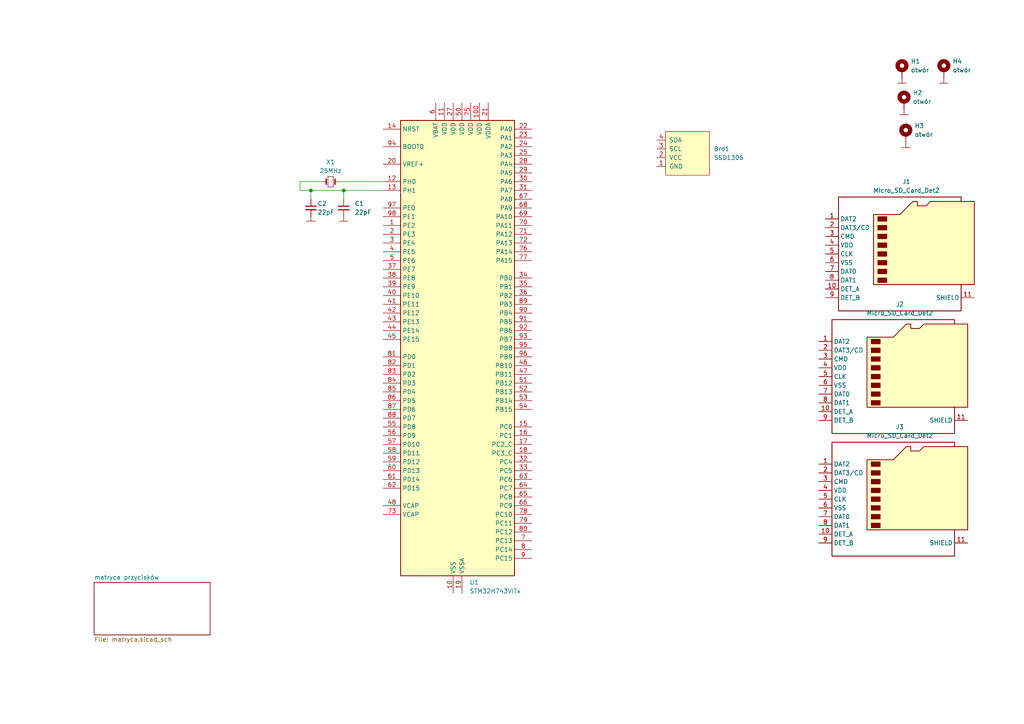
<source format=kicad_sch>
(kicad_sch (version 20230121) (generator eeschema)
  (paper "A4")
  (title_block (title "Menadżer haseł") (date "2023-11-26") (rev "1.0") (company "Wojtek & company"))
  (lib_symbols
    (symbol "Connector:Micro_SD_Card_Det2"
      (property "Reference" "J" (at -16.51 17.78 0))
      (property "Value" "Micro_SD_Card_Det2" (at 16.51 17.78 0))
      (symbol "Micro_SD_Card_Det2_0_1"
        (rectangle (start -7.62 -6.985) (end -5.08 -8.255) (stroke (width 0.254)) (fill (type outline)))
        (rectangle (start -7.62 -4.445) (end -5.08 -5.715) (stroke (width 0.254)) (fill (type outline)))
        (rectangle (start -7.62 -1.905) (end -5.08 -3.175) (stroke (width 0.254)) (fill (type outline)))
        (rectangle (start -7.62 0.635) (end -5.08 -0.635) (stroke (width 0.254)) (fill (type outline)))
        (rectangle (start -7.62 3.175) (end -5.08 1.905) (stroke (width 0.254)) (fill (type outline)))
        (rectangle (start -7.62 5.715) (end -5.08 4.445) (stroke (width 0.254)) (fill (type outline)))
        (rectangle (start -7.62 8.255) (end -5.08 6.985) (stroke (width 0.254)) (fill (type outline)))
        (rectangle (start -7.62 10.795) (end -5.08 9.525) (stroke (width 0.254)) (fill (type outline)))
        (polyline (pts (xy 16.51 15.24) (xy 16.51 16.51) (xy -19.05 16.51) (xy -19.05 -16.51) (xy 16.51 -16.51) (xy 16.51 -8.89)) (stroke (width 0.254)))
        (polyline (pts (xy -8.89 -8.89) (xy -8.89 11.43) (xy -1.27 11.43) (xy 2.54 15.24) (xy 3.81 15.24) (xy 3.81 13.97) (xy 6.35 13.97) (xy 7.62 15.24) (xy 20.32 15.24) (xy 20.32 -8.89) (xy -8.89 -8.89)) (stroke (width 0.254)) (fill (type background)))
      )
      (symbol "Micro_SD_Card_Det2_1_1"
        (pin bidirectional line (at -22.86 10.16 0) (length 3.81) (name "DAT2") (number "1"))
        (pin passive line (at -22.86 -10.16 0) (length 3.81) (name "DET_A") (number "10"))
        (pin passive line (at 20.32 -12.7 180) (length 3.81) (name "SHIELD") (number "11"))
        (pin bidirectional line (at -22.86 7.62 0) (length 3.81) (name "DAT3/CD") (number "2"))
        (pin input line (at -22.86 5.08 0) (length 3.81) (name "CMD") (number "3"))
        (pin power_in line (at -22.86 2.54 0) (length 3.81) (name "VDD") (number "4"))
        (pin input line (at -22.86 0 0) (length 3.81) (name "CLK") (number "5"))
        (pin power_in line (at -22.86 -2.54 0) (length 3.81) (name "VSS") (number "6"))
        (pin bidirectional line (at -22.86 -5.08 0) (length 3.81) (name "DAT0") (number "7"))
        (pin bidirectional line (at -22.86 -7.62 0) (length 3.81) (name "DAT1") (number "8"))
        (pin passive line (at -22.86 -12.7 0) (length 3.81) (name "DET_B") (number "9"))
      )
    )
    (symbol "Device:C_Small" (pin_numbers hide) (pin_names (offset 0.254) hide)
      (property "Reference" "C" (at 0.254 1.778 0))
      (property "Value" "C_Small" (at 0.254 -2.032 0))
      (symbol "C_Small_0_1"
        (polyline (pts (xy -1.524 -0.508) (xy 1.524 -0.508)) (stroke (width 0.3302)))
        (polyline (pts (xy -1.524 0.508) (xy 1.524 0.508)) (stroke (width 0.3048)))
      )
      (symbol "C_Small_1_1"
        (pin passive line (at 0 2.54 270) (length 2.032) (name "~") (number "1"))
        (pin passive line (at 0 -2.54 90) (length 2.032) (name "~") (number "2"))
      )
    )
    (symbol "Device:Crystal_Small" (pin_numbers hide) (pin_names (offset 1.016) hide)
      (property "Reference" "Y" (at 0 2.54 0))
      (property "Value" "Crystal_Small" (at 0 -2.54 0))
      (symbol "Crystal_Small_0_1"
        (rectangle (start -0.762 -1.524) (end 0.762 1.524))
        (polyline (pts (xy -1.27 -0.762) (xy -1.27 0.762)) (stroke (width 0.381)))
        (polyline (pts (xy 1.27 -0.762) (xy 1.27 0.762)) (stroke (width 0.381)))
      )
      (symbol "Crystal_Small_1_1"
        (pin passive line (at -2.54 0 0) (length 1.27) (name "1") (number "1"))
        (pin passive line (at 2.54 0 180) (length 1.27) (name "2") (number "2"))
      )
    )
    (symbol "MCU_ST_STM32H7:STM32H743VITx"
      (property "Reference" "U" (at -15.24 67.31 0))
      (property "Value" "STM32H743VITx" (at 12.7 67.31 0))
      (symbol "STM32H743VITx_0_1"
        (rectangle (start -15.24 -66.04) (end 17.78 66.04) (stroke (width 0.254)) (fill (type background)))
      )
      (symbol "STM32H743VITx_1_1"
        (pin bidirectional line (at -20.32 35.56 0) (length 5.08) (name "PE2") (number "1"))
        (pin power_in line (at 0 -71.12 90) (length 5.08) (name "VSS") (number "10"))
        (pin power_in line (at 7.62 71.12 270) (length 5.08) (name "VDD") (number "100"))
        (pin power_in line (at -2.54 71.12 270) (length 5.08) (name "VDD") (number "11"))
        (pin bidirectional line (at -20.32 48.26 0) (length 5.08) (name "PH0") (number "12"))
        (pin bidirectional line (at -20.32 45.72 0) (length 5.08) (name "PH1") (number "13"))
        (pin input line (at -20.32 63.5 0) (length 5.08) (name "NRST") (number "14"))
        (pin bidirectional line (at 22.86 -22.86 180) (length 5.08) (name "PC0") (number "15"))
        (pin bidirectional line (at 22.86 -25.4 180) (length 5.08) (name "PC1") (number "16"))
        (pin bidirectional line (at 22.86 -27.94 180) (length 5.08) (name "PC2_C") (number "17"))
        (pin bidirectional line (at 22.86 -30.48 180) (length 5.08) (name "PC3_C") (number "18"))
        (pin power_in line (at 2.54 -71.12 90) (length 5.08) (name "VSSA") (number "19"))
        (pin bidirectional line (at -20.32 33.02 0) (length 5.08) (name "PE3") (number "2"))
        (pin input line (at -20.32 53.34 0) (length 5.08) (name "VREF+") (number "20"))
        (pin power_in line (at 10.16 71.12 270) (length 5.08) (name "VDDA") (number "21"))
        (pin bidirectional line (at 22.86 63.5 180) (length 5.08) (name "PA0") (number "22"))
        (pin bidirectional line (at 22.86 60.96 180) (length 5.08) (name "PA1") (number "23"))
        (pin bidirectional line (at 22.86 58.42 180) (length 5.08) (name "PA2") (number "24"))
        (pin bidirectional line (at 22.86 55.88 180) (length 5.08) (name "PA3") (number "25"))
        (pin passive line (at 0 -71.12 90) (length 5.08) hide (name "VSS") (number "26"))
        (pin power_in line (at 0 71.12 270) (length 5.08) (name "VDD") (number "27"))
        (pin bidirectional line (at 22.86 53.34 180) (length 5.08) (name "PA4") (number "28"))
        (pin bidirectional line (at 22.86 50.8 180) (length 5.08) (name "PA5") (number "29"))
        (pin bidirectional line (at -20.32 30.48 0) (length 5.08) (name "PE4") (number "3"))
        (pin bidirectional line (at 22.86 48.26 180) (length 5.08) (name "PA6") (number "30"))
        (pin bidirectional line (at 22.86 45.72 180) (length 5.08) (name "PA7") (number "31"))
        (pin bidirectional line (at 22.86 -33.02 180) (length 5.08) (name "PC4") (number "32"))
        (pin bidirectional line (at 22.86 -35.56 180) (length 5.08) (name "PC5") (number "33"))
        (pin bidirectional line (at 22.86 20.32 180) (length 5.08) (name "PB0") (number "34"))
        (pin bidirectional line (at 22.86 17.78 180) (length 5.08) (name "PB1") (number "35"))
        (pin bidirectional line (at 22.86 15.24 180) (length 5.08) (name "PB2") (number "36"))
        (pin bidirectional line (at -20.32 22.86 0) (length 5.08) (name "PE7") (number "37"))
        (pin bidirectional line (at -20.32 20.32 0) (length 5.08) (name "PE8") (number "38"))
        (pin bidirectional line (at -20.32 17.78 0) (length 5.08) (name "PE9") (number "39"))
        (pin bidirectional line (at -20.32 27.94 0) (length 5.08) (name "PE5") (number "4"))
        (pin bidirectional line (at -20.32 15.24 0) (length 5.08) (name "PE10") (number "40"))
        (pin bidirectional line (at -20.32 12.7 0) (length 5.08) (name "PE11") (number "41"))
        (pin bidirectional line (at -20.32 10.16 0) (length 5.08) (name "PE12") (number "42"))
        (pin bidirectional line (at -20.32 7.62 0) (length 5.08) (name "PE13") (number "43"))
        (pin bidirectional line (at -20.32 5.08 0) (length 5.08) (name "PE14") (number "44"))
        (pin bidirectional line (at -20.32 2.54 0) (length 5.08) (name "PE15") (number "45"))
        (pin bidirectional line (at 22.86 -5.08 180) (length 5.08) (name "PB10") (number "46"))
        (pin bidirectional line (at 22.86 -7.62 180) (length 5.08) (name "PB11") (number "47"))
        (pin power_out line (at -20.32 -45.72 0) (length 5.08) (name "VCAP") (number "48"))
        (pin passive line (at 0 -71.12 90) (length 5.08) hide (name "VSS") (number "49"))
        (pin bidirectional line (at -20.32 25.4 0) (length 5.08) (name "PE6") (number "5"))
        (pin power_in line (at 2.54 71.12 270) (length 5.08) (name "VDD") (number "50"))
        (pin bidirectional line (at 22.86 -10.16 180) (length 5.08) (name "PB12") (number "51"))
        (pin bidirectional line (at 22.86 -12.7 180) (length 5.08) (name "PB13") (number "52"))
        (pin bidirectional line (at 22.86 -15.24 180) (length 5.08) (name "PB14") (number "53"))
        (pin bidirectional line (at 22.86 -17.78 180) (length 5.08) (name "PB15") (number "54"))
        (pin bidirectional line (at -20.32 -22.86 0) (length 5.08) (name "PD8") (number "55"))
        (pin bidirectional line (at -20.32 -25.4 0) (length 5.08) (name "PD9") (number "56"))
        (pin bidirectional line (at -20.32 -27.94 0) (length 5.08) (name "PD10") (number "57"))
        (pin bidirectional line (at -20.32 -30.48 0) (length 5.08) (name "PD11") (number "58"))
        (pin bidirectional line (at -20.32 -33.02 0) (length 5.08) (name "PD12") (number "59"))
        (pin power_in line (at -5.08 71.12 270) (length 5.08) (name "VBAT") (number "6"))
        (pin bidirectional line (at -20.32 -35.56 0) (length 5.08) (name "PD13") (number "60"))
        (pin bidirectional line (at -20.32 -38.1 0) (length 5.08) (name "PD14") (number "61"))
        (pin bidirectional line (at -20.32 -40.64 0) (length 5.08) (name "PD15") (number "62"))
        (pin bidirectional line (at 22.86 -38.1 180) (length 5.08) (name "PC6") (number "63"))
        (pin bidirectional line (at 22.86 -40.64 180) (length 5.08) (name "PC7") (number "64"))
        (pin bidirectional line (at 22.86 -43.18 180) (length 5.08) (name "PC8") (number "65"))
        (pin bidirectional line (at 22.86 -45.72 180) (length 5.08) (name "PC9") (number "66"))
        (pin bidirectional line (at 22.86 43.18 180) (length 5.08) (name "PA8") (number "67"))
        (pin bidirectional line (at 22.86 40.64 180) (length 5.08) (name "PA9") (number "68"))
        (pin bidirectional line (at 22.86 38.1 180) (length 5.08) (name "PA10") (number "69"))
        (pin bidirectional line (at 22.86 -55.88 180) (length 5.08) (name "PC13") (number "7"))
        (pin bidirectional line (at 22.86 35.56 180) (length 5.08) (name "PA11") (number "70"))
        (pin bidirectional line (at 22.86 33.02 180) (length 5.08) (name "PA12") (number "71"))
        (pin bidirectional line (at 22.86 30.48 180) (length 5.08) (name "PA13") (number "72"))
        (pin power_out line (at -20.32 -48.26 0) (length 5.08) (name "VCAP") (number "73"))
        (pin passive line (at 0 -71.12 90) (length 5.08) hide (name "VSS") (number "74"))
        (pin power_in line (at 5.08 71.12 270) (length 5.08) (name "VDD") (number "75"))
        (pin bidirectional line (at 22.86 27.94 180) (length 5.08) (name "PA14") (number "76"))
        (pin bidirectional line (at 22.86 25.4 180) (length 5.08) (name "PA15") (number "77"))
        (pin bidirectional line (at 22.86 -48.26 180) (length 5.08) (name "PC10") (number "78"))
        (pin bidirectional line (at 22.86 -50.8 180) (length 5.08) (name "PC11") (number "79"))
        (pin bidirectional line (at 22.86 -58.42 180) (length 5.08) (name "PC14") (number "8"))
        (pin bidirectional line (at 22.86 -53.34 180) (length 5.08) (name "PC12") (number "80"))
        (pin bidirectional line (at -20.32 -2.54 0) (length 5.08) (name "PD0") (number "81"))
        (pin bidirectional line (at -20.32 -5.08 0) (length 5.08) (name "PD1") (number "82"))
        (pin bidirectional line (at -20.32 -7.62 0) (length 5.08) (name "PD2") (number "83"))
        (pin bidirectional line (at -20.32 -10.16 0) (length 5.08) (name "PD3") (number "84"))
        (pin bidirectional line (at -20.32 -12.7 0) (length 5.08) (name "PD4") (number "85"))
        (pin bidirectional line (at -20.32 -15.24 0) (length 5.08) (name "PD5") (number "86"))
        (pin bidirectional line (at -20.32 -17.78 0) (length 5.08) (name "PD6") (number "87"))
        (pin bidirectional line (at -20.32 -20.32 0) (length 5.08) (name "PD7") (number "88"))
        (pin bidirectional line (at 22.86 12.7 180) (length 5.08) (name "PB3") (number "89"))
        (pin bidirectional line (at 22.86 -60.96 180) (length 5.08) (name "PC15") (number "9"))
        (pin bidirectional line (at 22.86 10.16 180) (length 5.08) (name "PB4") (number "90"))
        (pin bidirectional line (at 22.86 7.62 180) (length 5.08) (name "PB5") (number "91"))
        (pin bidirectional line (at 22.86 5.08 180) (length 5.08) (name "PB6") (number "92"))
        (pin bidirectional line (at 22.86 2.54 180) (length 5.08) (name "PB7") (number "93"))
        (pin input line (at -20.32 58.42 0) (length 5.08) (name "BOOT0") (number "94"))
        (pin bidirectional line (at 22.86 0 180) (length 5.08) (name "PB8") (number "95"))
        (pin bidirectional line (at 22.86 -2.54 180) (length 5.08) (name "PB9") (number "96"))
        (pin bidirectional line (at -20.32 40.64 0) (length 5.08) (name "PE0") (number "97"))
        (pin bidirectional line (at -20.32 38.1 0) (length 5.08) (name "PE1") (number "98"))
        (pin passive line (at 0 -71.12 90) (length 5.08) hide (name "VSS") (number "99"))
      )
    )
    (symbol "Mechanical:MountingHole_Pad" (pin_numbers hide) (pin_names (offset 1.016) hide)
      (property "Reference" "H" (at 0 6.35 0))
      (property "Value" "MountingHole_Pad" (at 0 4.445 0))
      (symbol "MountingHole_Pad_0_1"
        (circle (center 0 1.27) (radius 1.27) (stroke (width 1.27)))
      )
      (symbol "MountingHole_Pad_1_1"
        (pin input line (at 0 -2.54 90) (length 2.54) (name "1") (number "1"))
      )
    )
    (symbol "sp3jdz6:SSD1306" (pin_names (offset 1.016))
      (property "Reference" "Brd" (at 0 -3.81 0))
      (property "Value" "SSD1306" (at 0 -1.27 0))
      (symbol "SSD1306_0_1"
        (rectangle (start -6.35 6.35) (end 6.35 -6.35) (fill (type background)))
      )
      (symbol "SSD1306_1_1"
        (pin input line (at -3.81 8.89 270) (length 2.54) (name "GND") (number "1"))
        (pin input line (at -1.27 8.89 270) (length 2.54) (name "VCC") (number "2"))
        (pin input line (at 1.27 8.89 270) (length 2.54) (name "SCL") (number "3"))
        (pin input line (at 3.81 8.89 270) (length 2.54) (name "SDA") (number "4"))
      )
    )
    (symbol "sp3jdz:masa" (power) (pin_names (offset 0))
      (symbol "masa_0_1"
        (polyline (pts (xy 0 0) (xy 0 -1.27) (xy 1.27 -1.27) (xy -1.27 -1.27) (xy 1.27 -1.27)))
      )
      (symbol "masa_1_1"
        (pin power_in line (at 0 0 270) (length 0) hide (name "GND") (number "1"))
      )
    )
  )
  (junction (at 90.17 55.245))
  (junction (at 99.695 55.245))
  (wire (pts (xy 90.17 55.245) (xy 86.995 55.245)))
  (wire (pts (xy 86.995 52.705) (xy 93.345 52.705)))
  (wire (pts (xy 98.425 52.705) (xy 111.125 52.705)))
  (wire (pts (xy 86.995 55.245) (xy 86.995 52.705)))
  (wire (pts (xy 111.125 55.245) (xy 99.695 55.245)))
  (wire (pts (xy 99.695 55.245) (xy 99.695 57.785)))
  (wire (pts (xy 90.17 55.245) (xy 90.17 57.785)))
  (wire (pts (xy 99.695 55.245) (xy 90.17 55.245)))
  (symbol (lib_id "sp3jdz6:SSD1306") (at 199.39 44.45 90) (unit 1)
    (property "Reference" "Brd1" (at 207.01 43.18 90) (effects (justify right)))
    (property "Value" "SSD1306" (at 207.01 45.72 90) (effects (justify right)))
    (property "Footprint" "foots:128x64OLED" (effects hide))
  )
  (symbol (lib_id "Connector:Micro_SD_Card_Det2") (at 260.35 109.22 0) (unit 1)
    (property "Reference" "J2" (at 260.985 88.265 0))
    (property "Value" "Micro_SD_Card_Det2" (at 260.985 90.805 0))
    (property "Footprint" "Connector_Card:microSD_HC_Hirose_DM3BT-DSF-PEJS" (effects hide))
    (property "Datasheet" "https://www.hirose.com/en/product/document?clcode=&productname=&series=DM3&documenttype=Catalog&lang=en&documentid=D49662_en" (effects hide))
  )
  (symbol (lib_id "Device:C_Small") (at 90.17 60.325 0) (unit 1)
    (property "Reference" "C2" (at 92.075 59.055 0) (effects (justify left)))
    (property "Value" "22pF" (at 92.075 61.595 0) (effects (justify left)))
    (property "Footprint" "Capacitor_SMD:C_0805_2012Metric_Pad1.18x1.45mm_HandSolder" (effects hide))
  )
  (symbol (lib_id "sp3jdz:masa") (at 273.7468 22.8563 0) (unit 1)
    (property "Reference" "#PWR06" (effects hide))
    (property "Value" "masa" (effects hide))
  )
  (symbol (lib_id "sp3jdz:masa") (at 262.2101 31.9842 0) (unit 1)
    (property "Reference" "#PWR03" (effects hide))
    (property "Value" "masa" (effects hide))
  )
  (symbol (lib_id "Connector:Micro_SD_Card_Det2") (at 262.255 73.66 0) (unit 1)
    (property "Reference" "J1" (at 262.89 52.705 0))
    (property "Value" "Micro_SD_Card_Det2" (at 262.89 55.245 0))
    (property "Footprint" "Connector_Card:microSD_HC_Hirose_DM3BT-DSF-PEJS" (effects hide))
    (property "Datasheet" "https://www.hirose.com/en/product/document?clcode=&productname=&series=DM3&documenttype=Catalog&lang=en&documentid=D49662_en" (effects hide))
  )
  (symbol (lib_id "Device:C_Small") (at 99.695 60.325 0) (unit 1)
    (property "Reference" "C1" (at 102.87 59.0613 0) (effects (justify left)))
    (property "Value" "22pF" (at 102.87 61.6013 0) (effects (justify left)))
    (property "Footprint" "Capacitor_SMD:C_0805_2012Metric_Pad1.18x1.45mm_HandSolder" (effects hide))
  )
  (symbol (lib_id "Mechanical:MountingHole_Pad") (at 262.7172 39.0158 0) (unit 1)
    (property "Reference" "H3" (at 265.2572 36.4758 0) (effects (justify left)))
    (property "Value" "otwór" (at 265.2572 39.0158 0) (effects (justify left)))
    (property "Footprint" "MountingHole:MountingHole_3.2mm_M3_DIN965_Pad_TopBottom" (effects hide))
  )
  (symbol (lib_id "sp3jdz:masa") (at 99.695 62.865 0) (unit 1)
    (property "Reference" "#PWR02" (effects hide))
    (property "Value" "masa" (effects hide))
  )
  (symbol (lib_id "Device:Crystal_Small") (at 95.885 52.705 0) (unit 1)
    (property "Reference" "X1" (at 95.885 46.99 0))
    (property "Value" "25MHz" (at 95.885 49.53 0))
    (property "Footprint" "Crystal:Crystal_SMD_5032-2Pin_5.0x3.2mm_HandSoldering" (effects hide))
  )
  (symbol (lib_id "Connector:Micro_SD_Card_Det2") (at 260.35 144.78 0) (unit 1)
    (property "Reference" "J3" (at 260.985 123.825 0))
    (property "Value" "Micro_SD_Card_Det2" (at 260.985 126.365 0))
    (property "Footprint" "Connector_Card:microSD_HC_Hirose_DM3BT-DSF-PEJS" (effects hide))
    (property "Datasheet" "https://www.hirose.com/en/product/document?clcode=&productname=&series=DM3&documenttype=Catalog&lang=en&documentid=D49662_en" (effects hide))
  )
  (symbol (lib_id "sp3jdz:masa") (at 90.17 62.865 0) (unit 1)
    (property "Reference" "#PWR01" (effects hide))
    (property "Value" "masa" (effects hide))
  )
  (symbol (lib_id "Mechanical:MountingHole_Pad") (at 273.7468 20.3163 0) (unit 1)
    (property "Reference" "H4" (at 276.2868 17.7763 0) (effects (justify left)))
    (property "Value" "otwór" (at 276.2868 20.3163 0) (effects (justify left)))
    (property "Footprint" "MountingHole:MountingHole_3.2mm_M3_DIN965_Pad_TopBottom" (effects hide))
  )
  (symbol (lib_id "sp3jdz:masa") (at 262.7172 41.5558 0) (unit 1)
    (property "Reference" "#PWR05" (effects hide))
    (property "Value" "masa" (effects hide))
  )
  (symbol (lib_id "MCU_ST_STM32H7:STM32H743VITx") (at 131.445 100.965 0) (unit 1)
    (property "Reference" "U1" (at 136.1791 168.91 0) (effects (justify left)))
    (property "Value" "STM32H743VITx" (at 136.1791 171.45 0) (effects (justify left)))
    (property "Footprint" "Package_QFP:LQFP-100_14x14mm_P0.5mm" (effects hide))
    (property "Datasheet" "https://www.st.com/resource/en/datasheet/stm32h743vi.pdf" (effects hide))
  )
  (symbol (lib_id "Mechanical:MountingHole_Pad") (at 261.62 20.32 0) (unit 1)
    (property "Reference" "H1" (at 264.16 17.78 0) (effects (justify left)))
    (property "Value" "otwór" (at 264.16 20.32 0) (effects (justify left)))
    (property "Footprint" "MountingHole:MountingHole_3.2mm_M3_DIN965_Pad_TopBottom" (effects hide))
  )
  (symbol (lib_id "sp3jdz:masa") (at 261.62 22.86 0) (unit 1)
    (property "Reference" "#PWR04" (effects hide))
    (property "Value" "masa" (effects hide))
  )
  (symbol (lib_id "Mechanical:MountingHole_Pad") (at 262.2101 29.4442 0) (unit 1)
    (property "Reference" "H2" (at 264.7501 26.9042 0) (effects (justify left)))
    (property "Value" "otwór" (at 264.7501 29.4442 0) (effects (justify left)))
    (property "Footprint" "MountingHole:MountingHole_3.2mm_M3_DIN965_Pad_TopBottom" (effects hide))
  )
  (sheet (at 27.305 168.91) (size 33.655 15.24) (stroke (width 0.1524))
    (property "Sheetname" "matryca przycisków" (at 27.305 168.1984 0) (effects (justify left bottom)))
    (property "Sheetfile" "matryca.kicad_sch" (at 27.305 184.7346 0) (effects (justify left top)))
  )
)
</source>
